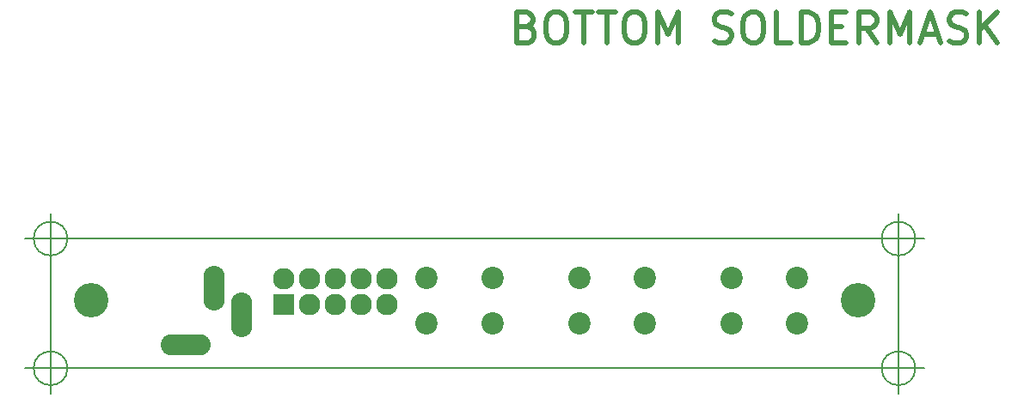
<source format=gbr>
G04 #@! TF.GenerationSoftware,KiCad,Pcbnew,(5.0.0)*
G04 #@! TF.CreationDate,2018-12-04T13:53:09-05:00*
G04 #@! TF.ProjectId,buttons_board,627574746F6E735F626F6172642E6B69,rev?*
G04 #@! TF.SameCoordinates,PX6c9f9e0PY6560260*
G04 #@! TF.FileFunction,Soldermask,Bot*
G04 #@! TF.FilePolarity,Negative*
%FSLAX46Y46*%
G04 Gerber Fmt 4.6, Leading zero omitted, Abs format (unit mm)*
G04 Created by KiCad (PCBNEW (5.0.0)) date 12/04/18 13:53:09*
%MOMM*%
%LPD*%
G01*
G04 APERTURE LIST*
%ADD10C,0.500000*%
%ADD11C,0.150000*%
%ADD12O,4.900000X2.100000*%
%ADD13O,2.100000X4.400000*%
%ADD14C,2.200000*%
%ADD15C,3.400000*%
%ADD16R,2.127200X2.127200*%
%ADD17O,2.127200X2.127200*%
G04 APERTURE END LIST*
D10*
X46928571Y33714286D02*
X47357142Y33571429D01*
X47500000Y33428572D01*
X47642857Y33142858D01*
X47642857Y32714286D01*
X47500000Y32428572D01*
X47357142Y32285715D01*
X47071428Y32142858D01*
X45928571Y32142858D01*
X45928571Y35142858D01*
X46928571Y35142858D01*
X47214285Y35000000D01*
X47357142Y34857143D01*
X47500000Y34571429D01*
X47500000Y34285715D01*
X47357142Y34000000D01*
X47214285Y33857143D01*
X46928571Y33714286D01*
X45928571Y33714286D01*
X49500000Y35142858D02*
X50071428Y35142858D01*
X50357142Y35000000D01*
X50642857Y34714286D01*
X50785714Y34142858D01*
X50785714Y33142858D01*
X50642857Y32571429D01*
X50357142Y32285715D01*
X50071428Y32142858D01*
X49500000Y32142858D01*
X49214285Y32285715D01*
X48928571Y32571429D01*
X48785714Y33142858D01*
X48785714Y34142858D01*
X48928571Y34714286D01*
X49214285Y35000000D01*
X49500000Y35142858D01*
X51642857Y35142858D02*
X53357142Y35142858D01*
X52500000Y32142858D02*
X52500000Y35142858D01*
X53928571Y35142858D02*
X55642857Y35142858D01*
X54785714Y32142858D02*
X54785714Y35142858D01*
X57214285Y35142858D02*
X57785714Y35142858D01*
X58071428Y35000000D01*
X58357142Y34714286D01*
X58500000Y34142858D01*
X58500000Y33142858D01*
X58357142Y32571429D01*
X58071428Y32285715D01*
X57785714Y32142858D01*
X57214285Y32142858D01*
X56928571Y32285715D01*
X56642857Y32571429D01*
X56500000Y33142858D01*
X56500000Y34142858D01*
X56642857Y34714286D01*
X56928571Y35000000D01*
X57214285Y35142858D01*
X59785714Y32142858D02*
X59785714Y35142858D01*
X60785714Y33000000D01*
X61785714Y35142858D01*
X61785714Y32142858D01*
X65357142Y32285715D02*
X65785714Y32142858D01*
X66500000Y32142858D01*
X66785714Y32285715D01*
X66928571Y32428572D01*
X67071428Y32714286D01*
X67071428Y33000000D01*
X66928571Y33285715D01*
X66785714Y33428572D01*
X66500000Y33571429D01*
X65928571Y33714286D01*
X65642857Y33857143D01*
X65500000Y34000000D01*
X65357142Y34285715D01*
X65357142Y34571429D01*
X65500000Y34857143D01*
X65642857Y35000000D01*
X65928571Y35142858D01*
X66642857Y35142858D01*
X67071428Y35000000D01*
X68928571Y35142858D02*
X69500000Y35142858D01*
X69785714Y35000000D01*
X70071428Y34714286D01*
X70214285Y34142858D01*
X70214285Y33142858D01*
X70071428Y32571429D01*
X69785714Y32285715D01*
X69500000Y32142858D01*
X68928571Y32142858D01*
X68642857Y32285715D01*
X68357142Y32571429D01*
X68214285Y33142858D01*
X68214285Y34142858D01*
X68357142Y34714286D01*
X68642857Y35000000D01*
X68928571Y35142858D01*
X72928571Y32142858D02*
X71500000Y32142858D01*
X71500000Y35142858D01*
X73928571Y32142858D02*
X73928571Y35142858D01*
X74642857Y35142858D01*
X75071428Y35000000D01*
X75357142Y34714286D01*
X75500000Y34428572D01*
X75642857Y33857143D01*
X75642857Y33428572D01*
X75500000Y32857143D01*
X75357142Y32571429D01*
X75071428Y32285715D01*
X74642857Y32142858D01*
X73928571Y32142858D01*
X76928571Y33714286D02*
X77928571Y33714286D01*
X78357142Y32142858D02*
X76928571Y32142858D01*
X76928571Y35142858D01*
X78357142Y35142858D01*
X81357142Y32142858D02*
X80357142Y33571429D01*
X79642857Y32142858D02*
X79642857Y35142858D01*
X80785714Y35142858D01*
X81071428Y35000000D01*
X81214285Y34857143D01*
X81357142Y34571429D01*
X81357142Y34142858D01*
X81214285Y33857143D01*
X81071428Y33714286D01*
X80785714Y33571429D01*
X79642857Y33571429D01*
X82642857Y32142858D02*
X82642857Y35142858D01*
X83642857Y33000000D01*
X84642857Y35142858D01*
X84642857Y32142858D01*
X85928571Y33000000D02*
X87357142Y33000000D01*
X85642857Y32142858D02*
X86642857Y35142858D01*
X87642857Y32142858D01*
X88500000Y32285715D02*
X88928571Y32142858D01*
X89642857Y32142858D01*
X89928571Y32285715D01*
X90071428Y32428572D01*
X90214285Y32714286D01*
X90214285Y33000000D01*
X90071428Y33285715D01*
X89928571Y33428572D01*
X89642857Y33571429D01*
X89071428Y33714286D01*
X88785714Y33857143D01*
X88642857Y34000000D01*
X88500000Y34285715D01*
X88500000Y34571429D01*
X88642857Y34857143D01*
X88785714Y35000000D01*
X89071428Y35142858D01*
X89785714Y35142858D01*
X90214285Y35000000D01*
X91500000Y32142858D02*
X91500000Y35142858D01*
X93214285Y32142858D02*
X91928571Y33857143D01*
X93214285Y35142858D02*
X91500000Y33428572D01*
D11*
X1666666Y12800000D02*
G75*
G03X1666666Y12800000I-1666666J0D01*
G01*
X-2500000Y12800000D02*
X2500000Y12800000D01*
X0Y15300000D02*
X0Y10300000D01*
X85166666Y12800000D02*
G75*
G03X85166666Y12800000I-1666666J0D01*
G01*
X81000000Y12800000D02*
X86000000Y12800000D01*
X83500000Y15300000D02*
X83500000Y10300000D01*
X85166666Y0D02*
G75*
G03X85166666Y0I-1666666J0D01*
G01*
X81000000Y0D02*
X86000000Y0D01*
X83500000Y2500000D02*
X83500000Y-2500000D01*
X1666666Y0D02*
G75*
G03X1666666Y0I-1666666J0D01*
G01*
X-2500000Y0D02*
X2500000Y0D01*
X0Y2500000D02*
X0Y-2500000D01*
X0Y0D02*
X0Y6700000D01*
X0Y12800000D02*
X0Y10200000D01*
X20400000Y12800000D02*
X0Y12800000D01*
X83500000Y12800000D02*
X83500000Y6600000D01*
X83500000Y0D02*
X83500000Y6600000D01*
X20400000Y12800000D02*
X83500000Y12800000D01*
X12800000Y0D02*
X0Y0D01*
X12800000Y0D02*
X83500000Y0D01*
X0Y6700000D02*
X0Y10200000D01*
D12*
G04 #@! TO.C,CON1*
X13300000Y2350000D03*
D13*
X16100000Y7900000D03*
X18800000Y5300000D03*
G04 #@! TD*
D14*
G04 #@! TO.C,SW1*
X73550000Y4450000D03*
X67050000Y4450000D03*
X73550000Y8950000D03*
X67050000Y8950000D03*
G04 #@! TD*
G04 #@! TO.C,SW2*
X58550000Y4450000D03*
X52050000Y4450000D03*
X58550000Y8950000D03*
X52050000Y8950000D03*
G04 #@! TD*
G04 #@! TO.C,SW3*
X43550000Y4450000D03*
X37050000Y4450000D03*
X43550000Y8950000D03*
X37050000Y8950000D03*
G04 #@! TD*
D15*
G04 #@! TO.C,X1*
X79500000Y6700000D03*
G04 #@! TD*
G04 #@! TO.C,X2*
X4000000Y6700000D03*
G04 #@! TD*
D16*
G04 #@! TO.C,P1*
X23000000Y6300000D03*
D17*
X23000000Y8840000D03*
X25540000Y6300000D03*
X25540000Y8840000D03*
X28080000Y6300000D03*
X28080000Y8840000D03*
X30620000Y6300000D03*
X30620000Y8840000D03*
X33160000Y6300000D03*
X33160000Y8840000D03*
G04 #@! TD*
M02*

</source>
